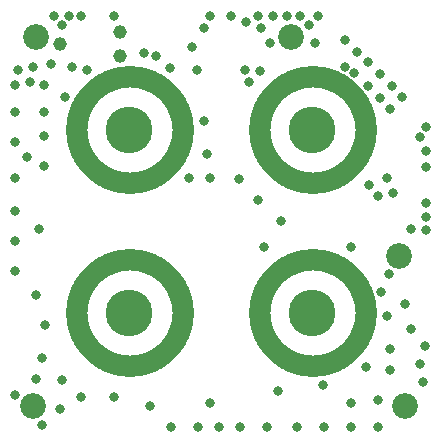
<source format=gbs>
G75*
%MOIN*%
%OFA0B0*%
%FSLAX25Y25*%
%IPPOS*%
%LPD*%
%AMOC8*
5,1,8,0,0,1.08239X$1,22.5*
%
%ADD10C,0.08600*%
%ADD11C,0.15600*%
%ADD12C,0.07000*%
%ADD13C,0.04600*%
%ADD14C,0.03300*%
D10*
X0026558Y0025840D03*
X0148558Y0075840D03*
X0150558Y0025840D03*
X0112558Y0148840D03*
X0027558Y0148840D03*
D11*
X0058558Y0117840D03*
X0119558Y0117840D03*
X0119558Y0056840D03*
X0058558Y0056840D03*
D12*
X0040858Y0056840D02*
X0040863Y0057274D01*
X0040879Y0057708D01*
X0040906Y0058142D01*
X0040943Y0058575D01*
X0040991Y0059007D01*
X0041050Y0059437D01*
X0041119Y0059866D01*
X0041198Y0060293D01*
X0041288Y0060718D01*
X0041388Y0061141D01*
X0041499Y0061561D01*
X0041620Y0061978D01*
X0041751Y0062392D01*
X0041893Y0062803D01*
X0042044Y0063210D01*
X0042205Y0063613D01*
X0042376Y0064013D01*
X0042557Y0064408D01*
X0042748Y0064798D01*
X0042948Y0065184D01*
X0043157Y0065564D01*
X0043376Y0065940D01*
X0043604Y0066309D01*
X0043841Y0066674D01*
X0044087Y0067032D01*
X0044341Y0067384D01*
X0044604Y0067730D01*
X0044876Y0068069D01*
X0045155Y0068401D01*
X0045443Y0068727D01*
X0045739Y0069045D01*
X0046042Y0069356D01*
X0046353Y0069659D01*
X0046671Y0069955D01*
X0046997Y0070243D01*
X0047329Y0070522D01*
X0047668Y0070794D01*
X0048014Y0071057D01*
X0048366Y0071311D01*
X0048724Y0071557D01*
X0049089Y0071794D01*
X0049458Y0072022D01*
X0049834Y0072241D01*
X0050214Y0072450D01*
X0050600Y0072650D01*
X0050990Y0072841D01*
X0051385Y0073022D01*
X0051785Y0073193D01*
X0052188Y0073354D01*
X0052595Y0073505D01*
X0053006Y0073647D01*
X0053420Y0073778D01*
X0053837Y0073899D01*
X0054257Y0074010D01*
X0054680Y0074110D01*
X0055105Y0074200D01*
X0055532Y0074279D01*
X0055961Y0074348D01*
X0056391Y0074407D01*
X0056823Y0074455D01*
X0057256Y0074492D01*
X0057690Y0074519D01*
X0058124Y0074535D01*
X0058558Y0074540D01*
X0058992Y0074535D01*
X0059426Y0074519D01*
X0059860Y0074492D01*
X0060293Y0074455D01*
X0060725Y0074407D01*
X0061155Y0074348D01*
X0061584Y0074279D01*
X0062011Y0074200D01*
X0062436Y0074110D01*
X0062859Y0074010D01*
X0063279Y0073899D01*
X0063696Y0073778D01*
X0064110Y0073647D01*
X0064521Y0073505D01*
X0064928Y0073354D01*
X0065331Y0073193D01*
X0065731Y0073022D01*
X0066126Y0072841D01*
X0066516Y0072650D01*
X0066902Y0072450D01*
X0067282Y0072241D01*
X0067658Y0072022D01*
X0068027Y0071794D01*
X0068392Y0071557D01*
X0068750Y0071311D01*
X0069102Y0071057D01*
X0069448Y0070794D01*
X0069787Y0070522D01*
X0070119Y0070243D01*
X0070445Y0069955D01*
X0070763Y0069659D01*
X0071074Y0069356D01*
X0071377Y0069045D01*
X0071673Y0068727D01*
X0071961Y0068401D01*
X0072240Y0068069D01*
X0072512Y0067730D01*
X0072775Y0067384D01*
X0073029Y0067032D01*
X0073275Y0066674D01*
X0073512Y0066309D01*
X0073740Y0065940D01*
X0073959Y0065564D01*
X0074168Y0065184D01*
X0074368Y0064798D01*
X0074559Y0064408D01*
X0074740Y0064013D01*
X0074911Y0063613D01*
X0075072Y0063210D01*
X0075223Y0062803D01*
X0075365Y0062392D01*
X0075496Y0061978D01*
X0075617Y0061561D01*
X0075728Y0061141D01*
X0075828Y0060718D01*
X0075918Y0060293D01*
X0075997Y0059866D01*
X0076066Y0059437D01*
X0076125Y0059007D01*
X0076173Y0058575D01*
X0076210Y0058142D01*
X0076237Y0057708D01*
X0076253Y0057274D01*
X0076258Y0056840D01*
X0076253Y0056406D01*
X0076237Y0055972D01*
X0076210Y0055538D01*
X0076173Y0055105D01*
X0076125Y0054673D01*
X0076066Y0054243D01*
X0075997Y0053814D01*
X0075918Y0053387D01*
X0075828Y0052962D01*
X0075728Y0052539D01*
X0075617Y0052119D01*
X0075496Y0051702D01*
X0075365Y0051288D01*
X0075223Y0050877D01*
X0075072Y0050470D01*
X0074911Y0050067D01*
X0074740Y0049667D01*
X0074559Y0049272D01*
X0074368Y0048882D01*
X0074168Y0048496D01*
X0073959Y0048116D01*
X0073740Y0047740D01*
X0073512Y0047371D01*
X0073275Y0047006D01*
X0073029Y0046648D01*
X0072775Y0046296D01*
X0072512Y0045950D01*
X0072240Y0045611D01*
X0071961Y0045279D01*
X0071673Y0044953D01*
X0071377Y0044635D01*
X0071074Y0044324D01*
X0070763Y0044021D01*
X0070445Y0043725D01*
X0070119Y0043437D01*
X0069787Y0043158D01*
X0069448Y0042886D01*
X0069102Y0042623D01*
X0068750Y0042369D01*
X0068392Y0042123D01*
X0068027Y0041886D01*
X0067658Y0041658D01*
X0067282Y0041439D01*
X0066902Y0041230D01*
X0066516Y0041030D01*
X0066126Y0040839D01*
X0065731Y0040658D01*
X0065331Y0040487D01*
X0064928Y0040326D01*
X0064521Y0040175D01*
X0064110Y0040033D01*
X0063696Y0039902D01*
X0063279Y0039781D01*
X0062859Y0039670D01*
X0062436Y0039570D01*
X0062011Y0039480D01*
X0061584Y0039401D01*
X0061155Y0039332D01*
X0060725Y0039273D01*
X0060293Y0039225D01*
X0059860Y0039188D01*
X0059426Y0039161D01*
X0058992Y0039145D01*
X0058558Y0039140D01*
X0058124Y0039145D01*
X0057690Y0039161D01*
X0057256Y0039188D01*
X0056823Y0039225D01*
X0056391Y0039273D01*
X0055961Y0039332D01*
X0055532Y0039401D01*
X0055105Y0039480D01*
X0054680Y0039570D01*
X0054257Y0039670D01*
X0053837Y0039781D01*
X0053420Y0039902D01*
X0053006Y0040033D01*
X0052595Y0040175D01*
X0052188Y0040326D01*
X0051785Y0040487D01*
X0051385Y0040658D01*
X0050990Y0040839D01*
X0050600Y0041030D01*
X0050214Y0041230D01*
X0049834Y0041439D01*
X0049458Y0041658D01*
X0049089Y0041886D01*
X0048724Y0042123D01*
X0048366Y0042369D01*
X0048014Y0042623D01*
X0047668Y0042886D01*
X0047329Y0043158D01*
X0046997Y0043437D01*
X0046671Y0043725D01*
X0046353Y0044021D01*
X0046042Y0044324D01*
X0045739Y0044635D01*
X0045443Y0044953D01*
X0045155Y0045279D01*
X0044876Y0045611D01*
X0044604Y0045950D01*
X0044341Y0046296D01*
X0044087Y0046648D01*
X0043841Y0047006D01*
X0043604Y0047371D01*
X0043376Y0047740D01*
X0043157Y0048116D01*
X0042948Y0048496D01*
X0042748Y0048882D01*
X0042557Y0049272D01*
X0042376Y0049667D01*
X0042205Y0050067D01*
X0042044Y0050470D01*
X0041893Y0050877D01*
X0041751Y0051288D01*
X0041620Y0051702D01*
X0041499Y0052119D01*
X0041388Y0052539D01*
X0041288Y0052962D01*
X0041198Y0053387D01*
X0041119Y0053814D01*
X0041050Y0054243D01*
X0040991Y0054673D01*
X0040943Y0055105D01*
X0040906Y0055538D01*
X0040879Y0055972D01*
X0040863Y0056406D01*
X0040858Y0056840D01*
X0040858Y0117840D02*
X0040863Y0118274D01*
X0040879Y0118708D01*
X0040906Y0119142D01*
X0040943Y0119575D01*
X0040991Y0120007D01*
X0041050Y0120437D01*
X0041119Y0120866D01*
X0041198Y0121293D01*
X0041288Y0121718D01*
X0041388Y0122141D01*
X0041499Y0122561D01*
X0041620Y0122978D01*
X0041751Y0123392D01*
X0041893Y0123803D01*
X0042044Y0124210D01*
X0042205Y0124613D01*
X0042376Y0125013D01*
X0042557Y0125408D01*
X0042748Y0125798D01*
X0042948Y0126184D01*
X0043157Y0126564D01*
X0043376Y0126940D01*
X0043604Y0127309D01*
X0043841Y0127674D01*
X0044087Y0128032D01*
X0044341Y0128384D01*
X0044604Y0128730D01*
X0044876Y0129069D01*
X0045155Y0129401D01*
X0045443Y0129727D01*
X0045739Y0130045D01*
X0046042Y0130356D01*
X0046353Y0130659D01*
X0046671Y0130955D01*
X0046997Y0131243D01*
X0047329Y0131522D01*
X0047668Y0131794D01*
X0048014Y0132057D01*
X0048366Y0132311D01*
X0048724Y0132557D01*
X0049089Y0132794D01*
X0049458Y0133022D01*
X0049834Y0133241D01*
X0050214Y0133450D01*
X0050600Y0133650D01*
X0050990Y0133841D01*
X0051385Y0134022D01*
X0051785Y0134193D01*
X0052188Y0134354D01*
X0052595Y0134505D01*
X0053006Y0134647D01*
X0053420Y0134778D01*
X0053837Y0134899D01*
X0054257Y0135010D01*
X0054680Y0135110D01*
X0055105Y0135200D01*
X0055532Y0135279D01*
X0055961Y0135348D01*
X0056391Y0135407D01*
X0056823Y0135455D01*
X0057256Y0135492D01*
X0057690Y0135519D01*
X0058124Y0135535D01*
X0058558Y0135540D01*
X0058992Y0135535D01*
X0059426Y0135519D01*
X0059860Y0135492D01*
X0060293Y0135455D01*
X0060725Y0135407D01*
X0061155Y0135348D01*
X0061584Y0135279D01*
X0062011Y0135200D01*
X0062436Y0135110D01*
X0062859Y0135010D01*
X0063279Y0134899D01*
X0063696Y0134778D01*
X0064110Y0134647D01*
X0064521Y0134505D01*
X0064928Y0134354D01*
X0065331Y0134193D01*
X0065731Y0134022D01*
X0066126Y0133841D01*
X0066516Y0133650D01*
X0066902Y0133450D01*
X0067282Y0133241D01*
X0067658Y0133022D01*
X0068027Y0132794D01*
X0068392Y0132557D01*
X0068750Y0132311D01*
X0069102Y0132057D01*
X0069448Y0131794D01*
X0069787Y0131522D01*
X0070119Y0131243D01*
X0070445Y0130955D01*
X0070763Y0130659D01*
X0071074Y0130356D01*
X0071377Y0130045D01*
X0071673Y0129727D01*
X0071961Y0129401D01*
X0072240Y0129069D01*
X0072512Y0128730D01*
X0072775Y0128384D01*
X0073029Y0128032D01*
X0073275Y0127674D01*
X0073512Y0127309D01*
X0073740Y0126940D01*
X0073959Y0126564D01*
X0074168Y0126184D01*
X0074368Y0125798D01*
X0074559Y0125408D01*
X0074740Y0125013D01*
X0074911Y0124613D01*
X0075072Y0124210D01*
X0075223Y0123803D01*
X0075365Y0123392D01*
X0075496Y0122978D01*
X0075617Y0122561D01*
X0075728Y0122141D01*
X0075828Y0121718D01*
X0075918Y0121293D01*
X0075997Y0120866D01*
X0076066Y0120437D01*
X0076125Y0120007D01*
X0076173Y0119575D01*
X0076210Y0119142D01*
X0076237Y0118708D01*
X0076253Y0118274D01*
X0076258Y0117840D01*
X0076253Y0117406D01*
X0076237Y0116972D01*
X0076210Y0116538D01*
X0076173Y0116105D01*
X0076125Y0115673D01*
X0076066Y0115243D01*
X0075997Y0114814D01*
X0075918Y0114387D01*
X0075828Y0113962D01*
X0075728Y0113539D01*
X0075617Y0113119D01*
X0075496Y0112702D01*
X0075365Y0112288D01*
X0075223Y0111877D01*
X0075072Y0111470D01*
X0074911Y0111067D01*
X0074740Y0110667D01*
X0074559Y0110272D01*
X0074368Y0109882D01*
X0074168Y0109496D01*
X0073959Y0109116D01*
X0073740Y0108740D01*
X0073512Y0108371D01*
X0073275Y0108006D01*
X0073029Y0107648D01*
X0072775Y0107296D01*
X0072512Y0106950D01*
X0072240Y0106611D01*
X0071961Y0106279D01*
X0071673Y0105953D01*
X0071377Y0105635D01*
X0071074Y0105324D01*
X0070763Y0105021D01*
X0070445Y0104725D01*
X0070119Y0104437D01*
X0069787Y0104158D01*
X0069448Y0103886D01*
X0069102Y0103623D01*
X0068750Y0103369D01*
X0068392Y0103123D01*
X0068027Y0102886D01*
X0067658Y0102658D01*
X0067282Y0102439D01*
X0066902Y0102230D01*
X0066516Y0102030D01*
X0066126Y0101839D01*
X0065731Y0101658D01*
X0065331Y0101487D01*
X0064928Y0101326D01*
X0064521Y0101175D01*
X0064110Y0101033D01*
X0063696Y0100902D01*
X0063279Y0100781D01*
X0062859Y0100670D01*
X0062436Y0100570D01*
X0062011Y0100480D01*
X0061584Y0100401D01*
X0061155Y0100332D01*
X0060725Y0100273D01*
X0060293Y0100225D01*
X0059860Y0100188D01*
X0059426Y0100161D01*
X0058992Y0100145D01*
X0058558Y0100140D01*
X0058124Y0100145D01*
X0057690Y0100161D01*
X0057256Y0100188D01*
X0056823Y0100225D01*
X0056391Y0100273D01*
X0055961Y0100332D01*
X0055532Y0100401D01*
X0055105Y0100480D01*
X0054680Y0100570D01*
X0054257Y0100670D01*
X0053837Y0100781D01*
X0053420Y0100902D01*
X0053006Y0101033D01*
X0052595Y0101175D01*
X0052188Y0101326D01*
X0051785Y0101487D01*
X0051385Y0101658D01*
X0050990Y0101839D01*
X0050600Y0102030D01*
X0050214Y0102230D01*
X0049834Y0102439D01*
X0049458Y0102658D01*
X0049089Y0102886D01*
X0048724Y0103123D01*
X0048366Y0103369D01*
X0048014Y0103623D01*
X0047668Y0103886D01*
X0047329Y0104158D01*
X0046997Y0104437D01*
X0046671Y0104725D01*
X0046353Y0105021D01*
X0046042Y0105324D01*
X0045739Y0105635D01*
X0045443Y0105953D01*
X0045155Y0106279D01*
X0044876Y0106611D01*
X0044604Y0106950D01*
X0044341Y0107296D01*
X0044087Y0107648D01*
X0043841Y0108006D01*
X0043604Y0108371D01*
X0043376Y0108740D01*
X0043157Y0109116D01*
X0042948Y0109496D01*
X0042748Y0109882D01*
X0042557Y0110272D01*
X0042376Y0110667D01*
X0042205Y0111067D01*
X0042044Y0111470D01*
X0041893Y0111877D01*
X0041751Y0112288D01*
X0041620Y0112702D01*
X0041499Y0113119D01*
X0041388Y0113539D01*
X0041288Y0113962D01*
X0041198Y0114387D01*
X0041119Y0114814D01*
X0041050Y0115243D01*
X0040991Y0115673D01*
X0040943Y0116105D01*
X0040906Y0116538D01*
X0040879Y0116972D01*
X0040863Y0117406D01*
X0040858Y0117840D01*
X0101858Y0117840D02*
X0101863Y0118274D01*
X0101879Y0118708D01*
X0101906Y0119142D01*
X0101943Y0119575D01*
X0101991Y0120007D01*
X0102050Y0120437D01*
X0102119Y0120866D01*
X0102198Y0121293D01*
X0102288Y0121718D01*
X0102388Y0122141D01*
X0102499Y0122561D01*
X0102620Y0122978D01*
X0102751Y0123392D01*
X0102893Y0123803D01*
X0103044Y0124210D01*
X0103205Y0124613D01*
X0103376Y0125013D01*
X0103557Y0125408D01*
X0103748Y0125798D01*
X0103948Y0126184D01*
X0104157Y0126564D01*
X0104376Y0126940D01*
X0104604Y0127309D01*
X0104841Y0127674D01*
X0105087Y0128032D01*
X0105341Y0128384D01*
X0105604Y0128730D01*
X0105876Y0129069D01*
X0106155Y0129401D01*
X0106443Y0129727D01*
X0106739Y0130045D01*
X0107042Y0130356D01*
X0107353Y0130659D01*
X0107671Y0130955D01*
X0107997Y0131243D01*
X0108329Y0131522D01*
X0108668Y0131794D01*
X0109014Y0132057D01*
X0109366Y0132311D01*
X0109724Y0132557D01*
X0110089Y0132794D01*
X0110458Y0133022D01*
X0110834Y0133241D01*
X0111214Y0133450D01*
X0111600Y0133650D01*
X0111990Y0133841D01*
X0112385Y0134022D01*
X0112785Y0134193D01*
X0113188Y0134354D01*
X0113595Y0134505D01*
X0114006Y0134647D01*
X0114420Y0134778D01*
X0114837Y0134899D01*
X0115257Y0135010D01*
X0115680Y0135110D01*
X0116105Y0135200D01*
X0116532Y0135279D01*
X0116961Y0135348D01*
X0117391Y0135407D01*
X0117823Y0135455D01*
X0118256Y0135492D01*
X0118690Y0135519D01*
X0119124Y0135535D01*
X0119558Y0135540D01*
X0119992Y0135535D01*
X0120426Y0135519D01*
X0120860Y0135492D01*
X0121293Y0135455D01*
X0121725Y0135407D01*
X0122155Y0135348D01*
X0122584Y0135279D01*
X0123011Y0135200D01*
X0123436Y0135110D01*
X0123859Y0135010D01*
X0124279Y0134899D01*
X0124696Y0134778D01*
X0125110Y0134647D01*
X0125521Y0134505D01*
X0125928Y0134354D01*
X0126331Y0134193D01*
X0126731Y0134022D01*
X0127126Y0133841D01*
X0127516Y0133650D01*
X0127902Y0133450D01*
X0128282Y0133241D01*
X0128658Y0133022D01*
X0129027Y0132794D01*
X0129392Y0132557D01*
X0129750Y0132311D01*
X0130102Y0132057D01*
X0130448Y0131794D01*
X0130787Y0131522D01*
X0131119Y0131243D01*
X0131445Y0130955D01*
X0131763Y0130659D01*
X0132074Y0130356D01*
X0132377Y0130045D01*
X0132673Y0129727D01*
X0132961Y0129401D01*
X0133240Y0129069D01*
X0133512Y0128730D01*
X0133775Y0128384D01*
X0134029Y0128032D01*
X0134275Y0127674D01*
X0134512Y0127309D01*
X0134740Y0126940D01*
X0134959Y0126564D01*
X0135168Y0126184D01*
X0135368Y0125798D01*
X0135559Y0125408D01*
X0135740Y0125013D01*
X0135911Y0124613D01*
X0136072Y0124210D01*
X0136223Y0123803D01*
X0136365Y0123392D01*
X0136496Y0122978D01*
X0136617Y0122561D01*
X0136728Y0122141D01*
X0136828Y0121718D01*
X0136918Y0121293D01*
X0136997Y0120866D01*
X0137066Y0120437D01*
X0137125Y0120007D01*
X0137173Y0119575D01*
X0137210Y0119142D01*
X0137237Y0118708D01*
X0137253Y0118274D01*
X0137258Y0117840D01*
X0137253Y0117406D01*
X0137237Y0116972D01*
X0137210Y0116538D01*
X0137173Y0116105D01*
X0137125Y0115673D01*
X0137066Y0115243D01*
X0136997Y0114814D01*
X0136918Y0114387D01*
X0136828Y0113962D01*
X0136728Y0113539D01*
X0136617Y0113119D01*
X0136496Y0112702D01*
X0136365Y0112288D01*
X0136223Y0111877D01*
X0136072Y0111470D01*
X0135911Y0111067D01*
X0135740Y0110667D01*
X0135559Y0110272D01*
X0135368Y0109882D01*
X0135168Y0109496D01*
X0134959Y0109116D01*
X0134740Y0108740D01*
X0134512Y0108371D01*
X0134275Y0108006D01*
X0134029Y0107648D01*
X0133775Y0107296D01*
X0133512Y0106950D01*
X0133240Y0106611D01*
X0132961Y0106279D01*
X0132673Y0105953D01*
X0132377Y0105635D01*
X0132074Y0105324D01*
X0131763Y0105021D01*
X0131445Y0104725D01*
X0131119Y0104437D01*
X0130787Y0104158D01*
X0130448Y0103886D01*
X0130102Y0103623D01*
X0129750Y0103369D01*
X0129392Y0103123D01*
X0129027Y0102886D01*
X0128658Y0102658D01*
X0128282Y0102439D01*
X0127902Y0102230D01*
X0127516Y0102030D01*
X0127126Y0101839D01*
X0126731Y0101658D01*
X0126331Y0101487D01*
X0125928Y0101326D01*
X0125521Y0101175D01*
X0125110Y0101033D01*
X0124696Y0100902D01*
X0124279Y0100781D01*
X0123859Y0100670D01*
X0123436Y0100570D01*
X0123011Y0100480D01*
X0122584Y0100401D01*
X0122155Y0100332D01*
X0121725Y0100273D01*
X0121293Y0100225D01*
X0120860Y0100188D01*
X0120426Y0100161D01*
X0119992Y0100145D01*
X0119558Y0100140D01*
X0119124Y0100145D01*
X0118690Y0100161D01*
X0118256Y0100188D01*
X0117823Y0100225D01*
X0117391Y0100273D01*
X0116961Y0100332D01*
X0116532Y0100401D01*
X0116105Y0100480D01*
X0115680Y0100570D01*
X0115257Y0100670D01*
X0114837Y0100781D01*
X0114420Y0100902D01*
X0114006Y0101033D01*
X0113595Y0101175D01*
X0113188Y0101326D01*
X0112785Y0101487D01*
X0112385Y0101658D01*
X0111990Y0101839D01*
X0111600Y0102030D01*
X0111214Y0102230D01*
X0110834Y0102439D01*
X0110458Y0102658D01*
X0110089Y0102886D01*
X0109724Y0103123D01*
X0109366Y0103369D01*
X0109014Y0103623D01*
X0108668Y0103886D01*
X0108329Y0104158D01*
X0107997Y0104437D01*
X0107671Y0104725D01*
X0107353Y0105021D01*
X0107042Y0105324D01*
X0106739Y0105635D01*
X0106443Y0105953D01*
X0106155Y0106279D01*
X0105876Y0106611D01*
X0105604Y0106950D01*
X0105341Y0107296D01*
X0105087Y0107648D01*
X0104841Y0108006D01*
X0104604Y0108371D01*
X0104376Y0108740D01*
X0104157Y0109116D01*
X0103948Y0109496D01*
X0103748Y0109882D01*
X0103557Y0110272D01*
X0103376Y0110667D01*
X0103205Y0111067D01*
X0103044Y0111470D01*
X0102893Y0111877D01*
X0102751Y0112288D01*
X0102620Y0112702D01*
X0102499Y0113119D01*
X0102388Y0113539D01*
X0102288Y0113962D01*
X0102198Y0114387D01*
X0102119Y0114814D01*
X0102050Y0115243D01*
X0101991Y0115673D01*
X0101943Y0116105D01*
X0101906Y0116538D01*
X0101879Y0116972D01*
X0101863Y0117406D01*
X0101858Y0117840D01*
X0101858Y0056840D02*
X0101863Y0057274D01*
X0101879Y0057708D01*
X0101906Y0058142D01*
X0101943Y0058575D01*
X0101991Y0059007D01*
X0102050Y0059437D01*
X0102119Y0059866D01*
X0102198Y0060293D01*
X0102288Y0060718D01*
X0102388Y0061141D01*
X0102499Y0061561D01*
X0102620Y0061978D01*
X0102751Y0062392D01*
X0102893Y0062803D01*
X0103044Y0063210D01*
X0103205Y0063613D01*
X0103376Y0064013D01*
X0103557Y0064408D01*
X0103748Y0064798D01*
X0103948Y0065184D01*
X0104157Y0065564D01*
X0104376Y0065940D01*
X0104604Y0066309D01*
X0104841Y0066674D01*
X0105087Y0067032D01*
X0105341Y0067384D01*
X0105604Y0067730D01*
X0105876Y0068069D01*
X0106155Y0068401D01*
X0106443Y0068727D01*
X0106739Y0069045D01*
X0107042Y0069356D01*
X0107353Y0069659D01*
X0107671Y0069955D01*
X0107997Y0070243D01*
X0108329Y0070522D01*
X0108668Y0070794D01*
X0109014Y0071057D01*
X0109366Y0071311D01*
X0109724Y0071557D01*
X0110089Y0071794D01*
X0110458Y0072022D01*
X0110834Y0072241D01*
X0111214Y0072450D01*
X0111600Y0072650D01*
X0111990Y0072841D01*
X0112385Y0073022D01*
X0112785Y0073193D01*
X0113188Y0073354D01*
X0113595Y0073505D01*
X0114006Y0073647D01*
X0114420Y0073778D01*
X0114837Y0073899D01*
X0115257Y0074010D01*
X0115680Y0074110D01*
X0116105Y0074200D01*
X0116532Y0074279D01*
X0116961Y0074348D01*
X0117391Y0074407D01*
X0117823Y0074455D01*
X0118256Y0074492D01*
X0118690Y0074519D01*
X0119124Y0074535D01*
X0119558Y0074540D01*
X0119992Y0074535D01*
X0120426Y0074519D01*
X0120860Y0074492D01*
X0121293Y0074455D01*
X0121725Y0074407D01*
X0122155Y0074348D01*
X0122584Y0074279D01*
X0123011Y0074200D01*
X0123436Y0074110D01*
X0123859Y0074010D01*
X0124279Y0073899D01*
X0124696Y0073778D01*
X0125110Y0073647D01*
X0125521Y0073505D01*
X0125928Y0073354D01*
X0126331Y0073193D01*
X0126731Y0073022D01*
X0127126Y0072841D01*
X0127516Y0072650D01*
X0127902Y0072450D01*
X0128282Y0072241D01*
X0128658Y0072022D01*
X0129027Y0071794D01*
X0129392Y0071557D01*
X0129750Y0071311D01*
X0130102Y0071057D01*
X0130448Y0070794D01*
X0130787Y0070522D01*
X0131119Y0070243D01*
X0131445Y0069955D01*
X0131763Y0069659D01*
X0132074Y0069356D01*
X0132377Y0069045D01*
X0132673Y0068727D01*
X0132961Y0068401D01*
X0133240Y0068069D01*
X0133512Y0067730D01*
X0133775Y0067384D01*
X0134029Y0067032D01*
X0134275Y0066674D01*
X0134512Y0066309D01*
X0134740Y0065940D01*
X0134959Y0065564D01*
X0135168Y0065184D01*
X0135368Y0064798D01*
X0135559Y0064408D01*
X0135740Y0064013D01*
X0135911Y0063613D01*
X0136072Y0063210D01*
X0136223Y0062803D01*
X0136365Y0062392D01*
X0136496Y0061978D01*
X0136617Y0061561D01*
X0136728Y0061141D01*
X0136828Y0060718D01*
X0136918Y0060293D01*
X0136997Y0059866D01*
X0137066Y0059437D01*
X0137125Y0059007D01*
X0137173Y0058575D01*
X0137210Y0058142D01*
X0137237Y0057708D01*
X0137253Y0057274D01*
X0137258Y0056840D01*
X0137253Y0056406D01*
X0137237Y0055972D01*
X0137210Y0055538D01*
X0137173Y0055105D01*
X0137125Y0054673D01*
X0137066Y0054243D01*
X0136997Y0053814D01*
X0136918Y0053387D01*
X0136828Y0052962D01*
X0136728Y0052539D01*
X0136617Y0052119D01*
X0136496Y0051702D01*
X0136365Y0051288D01*
X0136223Y0050877D01*
X0136072Y0050470D01*
X0135911Y0050067D01*
X0135740Y0049667D01*
X0135559Y0049272D01*
X0135368Y0048882D01*
X0135168Y0048496D01*
X0134959Y0048116D01*
X0134740Y0047740D01*
X0134512Y0047371D01*
X0134275Y0047006D01*
X0134029Y0046648D01*
X0133775Y0046296D01*
X0133512Y0045950D01*
X0133240Y0045611D01*
X0132961Y0045279D01*
X0132673Y0044953D01*
X0132377Y0044635D01*
X0132074Y0044324D01*
X0131763Y0044021D01*
X0131445Y0043725D01*
X0131119Y0043437D01*
X0130787Y0043158D01*
X0130448Y0042886D01*
X0130102Y0042623D01*
X0129750Y0042369D01*
X0129392Y0042123D01*
X0129027Y0041886D01*
X0128658Y0041658D01*
X0128282Y0041439D01*
X0127902Y0041230D01*
X0127516Y0041030D01*
X0127126Y0040839D01*
X0126731Y0040658D01*
X0126331Y0040487D01*
X0125928Y0040326D01*
X0125521Y0040175D01*
X0125110Y0040033D01*
X0124696Y0039902D01*
X0124279Y0039781D01*
X0123859Y0039670D01*
X0123436Y0039570D01*
X0123011Y0039480D01*
X0122584Y0039401D01*
X0122155Y0039332D01*
X0121725Y0039273D01*
X0121293Y0039225D01*
X0120860Y0039188D01*
X0120426Y0039161D01*
X0119992Y0039145D01*
X0119558Y0039140D01*
X0119124Y0039145D01*
X0118690Y0039161D01*
X0118256Y0039188D01*
X0117823Y0039225D01*
X0117391Y0039273D01*
X0116961Y0039332D01*
X0116532Y0039401D01*
X0116105Y0039480D01*
X0115680Y0039570D01*
X0115257Y0039670D01*
X0114837Y0039781D01*
X0114420Y0039902D01*
X0114006Y0040033D01*
X0113595Y0040175D01*
X0113188Y0040326D01*
X0112785Y0040487D01*
X0112385Y0040658D01*
X0111990Y0040839D01*
X0111600Y0041030D01*
X0111214Y0041230D01*
X0110834Y0041439D01*
X0110458Y0041658D01*
X0110089Y0041886D01*
X0109724Y0042123D01*
X0109366Y0042369D01*
X0109014Y0042623D01*
X0108668Y0042886D01*
X0108329Y0043158D01*
X0107997Y0043437D01*
X0107671Y0043725D01*
X0107353Y0044021D01*
X0107042Y0044324D01*
X0106739Y0044635D01*
X0106443Y0044953D01*
X0106155Y0045279D01*
X0105876Y0045611D01*
X0105604Y0045950D01*
X0105341Y0046296D01*
X0105087Y0046648D01*
X0104841Y0047006D01*
X0104604Y0047371D01*
X0104376Y0047740D01*
X0104157Y0048116D01*
X0103948Y0048496D01*
X0103748Y0048882D01*
X0103557Y0049272D01*
X0103376Y0049667D01*
X0103205Y0050067D01*
X0103044Y0050470D01*
X0102893Y0050877D01*
X0102751Y0051288D01*
X0102620Y0051702D01*
X0102499Y0052119D01*
X0102388Y0052539D01*
X0102288Y0052962D01*
X0102198Y0053387D01*
X0102119Y0053814D01*
X0102050Y0054243D01*
X0101991Y0054673D01*
X0101943Y0055105D01*
X0101906Y0055538D01*
X0101879Y0055972D01*
X0101863Y0056406D01*
X0101858Y0056840D01*
D13*
X0055558Y0142340D03*
X0055558Y0150340D03*
X0035558Y0146340D03*
D14*
X0032558Y0139840D03*
X0026558Y0138840D03*
X0025558Y0133840D03*
X0021558Y0137840D03*
X0020558Y0132840D03*
X0020558Y0123840D03*
X0020558Y0113840D03*
X0024558Y0108840D03*
X0030058Y0105840D03*
X0030058Y0115840D03*
X0030058Y0123840D03*
X0037058Y0128840D03*
X0030058Y0132840D03*
X0039558Y0138840D03*
X0044558Y0137840D03*
X0036058Y0152840D03*
X0038558Y0155840D03*
X0033558Y0155840D03*
X0042558Y0155840D03*
X0053558Y0155840D03*
X0063558Y0143340D03*
X0067558Y0142340D03*
X0072058Y0138340D03*
X0081058Y0137840D03*
X0079558Y0145340D03*
X0083558Y0151840D03*
X0085558Y0155840D03*
X0092558Y0155840D03*
X0097558Y0153840D03*
X0101558Y0155840D03*
X0102558Y0151840D03*
X0105558Y0146840D03*
X0106558Y0155840D03*
X0111058Y0155840D03*
X0115558Y0155840D03*
X0118558Y0152840D03*
X0121558Y0155840D03*
X0120558Y0146840D03*
X0130558Y0147840D03*
X0134558Y0143840D03*
X0138058Y0140340D03*
X0142058Y0136340D03*
X0146058Y0132340D03*
X0149558Y0128840D03*
X0145558Y0124840D03*
X0142058Y0128340D03*
X0138058Y0132340D03*
X0133558Y0136840D03*
X0130558Y0138840D03*
X0155558Y0115340D03*
X0157558Y0118840D03*
X0157558Y0110840D03*
X0157558Y0105340D03*
X0146558Y0096840D03*
X0141558Y0095840D03*
X0138558Y0099340D03*
X0144558Y0101840D03*
X0157558Y0093340D03*
X0157558Y0088840D03*
X0157558Y0084340D03*
X0152558Y0084840D03*
X0145058Y0069840D03*
X0142558Y0063840D03*
X0144558Y0055840D03*
X0150558Y0059840D03*
X0152558Y0051340D03*
X0157058Y0045840D03*
X0155558Y0039840D03*
X0156558Y0033840D03*
X0145558Y0037840D03*
X0145558Y0044840D03*
X0137558Y0038840D03*
X0141558Y0027840D03*
X0141558Y0018840D03*
X0132558Y0018840D03*
X0132558Y0026840D03*
X0123558Y0018840D03*
X0114558Y0018840D03*
X0104558Y0018840D03*
X0095558Y0018840D03*
X0088558Y0018840D03*
X0081558Y0018840D03*
X0085558Y0026840D03*
X0072558Y0018840D03*
X0065558Y0025840D03*
X0053558Y0028840D03*
X0042558Y0028840D03*
X0035558Y0024840D03*
X0029558Y0019340D03*
X0020558Y0029340D03*
X0027558Y0034840D03*
X0029558Y0041840D03*
X0036058Y0034340D03*
X0030558Y0052840D03*
X0027558Y0062840D03*
X0020558Y0070840D03*
X0020558Y0080840D03*
X0028558Y0084840D03*
X0020558Y0090840D03*
X0020558Y0101840D03*
X0078558Y0101840D03*
X0085558Y0101840D03*
X0084558Y0109840D03*
X0095058Y0101340D03*
X0101558Y0094340D03*
X0109058Y0087340D03*
X0103558Y0078840D03*
X0132558Y0078840D03*
X0123058Y0032840D03*
X0108058Y0030840D03*
X0083558Y0120840D03*
X0098558Y0133840D03*
X0097058Y0137840D03*
X0102058Y0137340D03*
M02*

</source>
